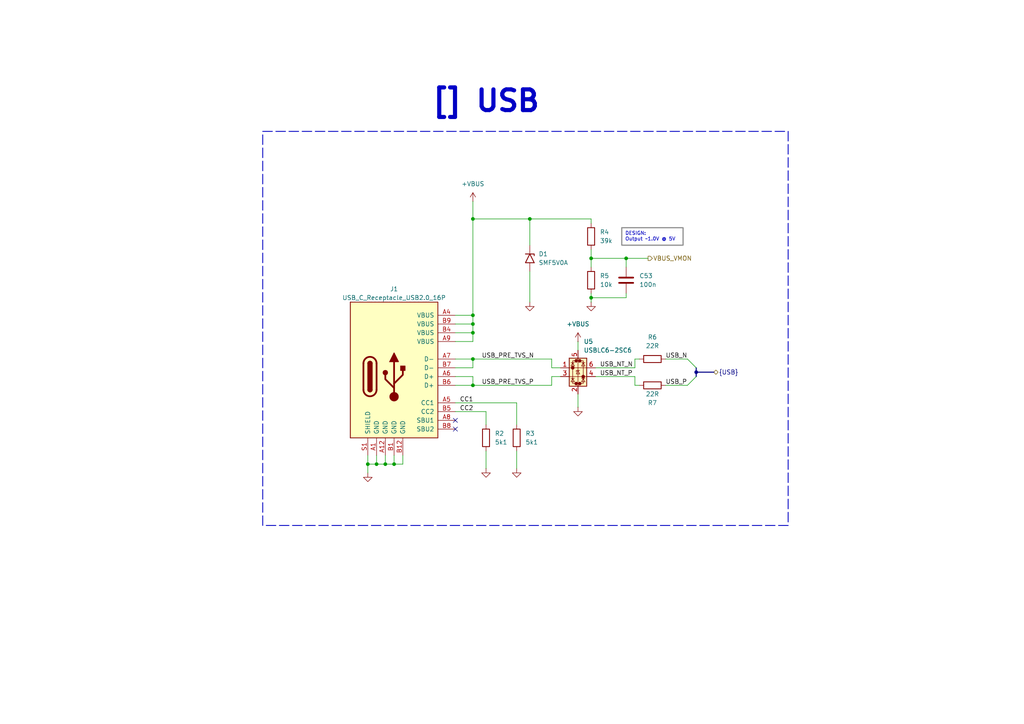
<source format=kicad_sch>
(kicad_sch (version 20250114) (generator "eeschema") (generator_version "9.0")
  (paper "A4")
  (title_block (title "USB") (date "2025-12-13") (rev "1.0") (company "Hoppen"))
  (lib_symbols
    (symbol "0_connectors:USB_C_Receptacle_USB2.0_16P" (pin_names (offset 1.016))
      (property "Reference" "J" (at 0 24.765 0))
      (property "Value" "USB_C_Receptacle_USB2.0_16P" (at 0 22.86 0))
      (symbol "USB_C_Receptacle_USB2.0_16P_0_1"
        (rectangle (start -12.7 21.59) (end 12.7 -17.78) (stroke (width 0.254)) (fill (type background)))
        (polyline (pts (xy -8.89 -3.81) (xy -8.89 3.81)) (stroke (width 0.508)))
        (rectangle (start -7.62 -3.81) (end -6.35 3.81) (stroke (width 0.254)) (fill (type outline)))
        (arc (start -7.62 3.81) (mid -6.985 4.4423) (end -6.35 3.81) (stroke (width 0.254)))
        (arc (start -7.62 3.81) (mid -6.985 4.4423) (end -6.35 3.81) (stroke (width 0.254)) (fill (type outline)))
        (arc (start -8.89 3.81) (mid -6.985 5.7067) (end -5.08 3.81) (stroke (width 0.508)))
        (arc (start -5.08 -3.81) (mid -6.985 -5.7067) (end -8.89 -3.81) (stroke (width 0.508)))
        (arc (start -6.35 -3.81) (mid -6.985 -4.4423) (end -7.62 -3.81) (stroke (width 0.254)))
        (arc (start -6.35 -3.81) (mid -6.985 -4.4423) (end -7.62 -3.81) (stroke (width 0.254)) (fill (type outline)))
        (polyline (pts (xy -5.08 3.81) (xy -5.08 -3.81)) (stroke (width 0.508)))
        (circle (center -2.54 1.143) (radius 0.635) (stroke (width 0.254)) (fill (type outline)))
        (polyline (pts (xy -1.27 4.318) (xy 0 6.858) (xy 1.27 4.318) (xy -1.27 4.318)) (stroke (width 0.254)) (fill (type outline)))
        (polyline (pts (xy 0 -2.032) (xy 2.54 0.508) (xy 2.54 1.778)) (stroke (width 0.508)))
        (polyline (pts (xy 0 -3.302) (xy -2.54 -0.762) (xy -2.54 0.508)) (stroke (width 0.508)))
        (polyline (pts (xy 0 -5.842) (xy 0 4.318)) (stroke (width 0.508)))
        (circle (center 0 -5.842) (radius 1.27) (fill (type outline)))
        (rectangle (start 1.905 1.778) (end 3.175 3.048) (stroke (width 0.254)) (fill (type outline)))
      )
      (symbol "USB_C_Receptacle_USB2.0_16P_1_1"
        (pin passive line (at -7.62 -22.86 90) (length 5.08) (name "SHIELD") (number "S1"))
        (pin passive line (at -5.08 -22.86 90) (length 5.08) (name "GND") (number "A1"))
        (pin passive line (at -2.54 -22.86 90) (length 5.08) (name "GND") (number "A12"))
        (pin passive line (at 0 -22.86 90) (length 5.08) (name "GND") (number "B1"))
        (pin passive line (at 2.54 -22.86 90) (length 5.08) (name "GND") (number "B12"))
        (pin passive line (at 17.78 17.78 180) (length 5.08) (name "VBUS") (number "A4"))
        (pin passive line (at 17.78 15.24 180) (length 5.08) (name "VBUS") (number "B9"))
        (pin passive line (at 17.78 12.7 180) (length 5.08) (name "VBUS") (number "B4"))
        (pin passive line (at 17.78 10.16 180) (length 5.08) (name "VBUS") (number "A9"))
        (pin bidirectional line (at 17.78 5.08 180) (length 5.08) (name "D-") (number "A7"))
        (pin bidirectional line (at 17.78 2.54 180) (length 5.08) (name "D-") (number "B7"))
        (pin bidirectional line (at 17.78 0 180) (length 5.08) (name "D+") (number "A6"))
        (pin bidirectional line (at 17.78 -2.54 180) (length 5.08) (name "D+") (number "B6"))
        (pin bidirectional line (at 17.78 -7.62 180) (length 5.08) (name "CC1") (number "A5"))
        (pin bidirectional line (at 17.78 -10.16 180) (length 5.08) (name "CC2") (number "B5"))
        (pin bidirectional line (at 17.78 -12.7 180) (length 5.08) (name "SBU1") (number "A8"))
        (pin bidirectional line (at 17.78 -15.24 180) (length 5.08) (name "SBU2") (number "B8"))
      )
    )
    (symbol "0_diodes:SMF5V0A" (pin_numbers (hide yes)) (pin_names (offset 1.016) (hide yes))
      (property "Reference" "D" (at 0 2.54 0))
      (property "Value" "SMF5V0A" (at 0 -2.54 0))
      (symbol "SMF5V0A_0_1"
        (polyline (pts (xy -0.762 1.27) (xy -1.27 1.27) (xy -1.27 -1.27)) (stroke (width 0.254)))
        (polyline (pts (xy 1.27 1.27) (xy 1.27 -1.27) (xy -1.27 0) (xy 1.27 1.27)) (stroke (width 0.254)))
      )
      (symbol "SMF5V0A_1_1"
        (pin passive line (at -3.81 0 0) (length 2.54) (name "A1") (number "1"))
        (pin passive line (at 3.81 0 180) (length 2.54) (name "A2") (number "2"))
      )
    )
    (symbol "0_diodes:USBLC6-2SC6" (pin_names (hide yes))
      (property "Reference" "U" (at -5.08 3.81 0))
      (property "Value" "USBLC6-2SC6" (at 2.54 3.81 0))
      (symbol "USBLC6-2SC6_0_0"
        (circle (center -1.524 0) (radius 0.0001) (stroke (width 0.508)))
        (circle (center -0.508 2.032) (radius 0.0001) (stroke (width 0.508)))
        (circle (center -0.508 -4.572) (radius 0.0001) (stroke (width 0.508)))
        (circle (center 0.508 2.032) (radius 0.0001) (stroke (width 0.508)))
        (circle (center 0.508 -4.572) (radius 0.0001) (stroke (width 0.508)))
        (circle (center 1.524 -2.54) (radius 0.0001) (stroke (width 0.508)))
      )
      (symbol "USBLC6-2SC6_0_1"
        (polyline (pts (xy -2.54 0) (xy 2.54 0)))
        (polyline (pts (xy -2.54 -2.54) (xy 2.54 -2.54)))
        (polyline (pts (xy -2.032 0.508) (xy -1.016 0.508) (xy -1.524 1.524) (xy -2.032 0.508)))
        (polyline (pts (xy -2.032 -3.048) (xy -1.016 -3.048)))
        (polyline (pts (xy -1.016 1.524) (xy -2.032 1.524)))
        (polyline (pts (xy -1.016 -4.064) (xy -2.032 -4.064) (xy -1.524 -3.048) (xy -1.016 -4.064)))
        (polyline (pts (xy -0.508 -1.143) (xy -0.508 -0.762) (xy 0.508 -0.762)))
        (polyline (pts (xy 0 2.54) (xy -0.508 2.032) (xy 0.508 2.032) (xy 0 1.524) (xy 0 -4.064) (xy -0.508 -4.572) (xy 0.508 -4.572) (xy 0 -5.08)))
        (polyline (pts (xy 0.508 -1.778) (xy -0.508 -1.778) (xy 0 -0.762) (xy 0.508 -1.778)))
        (polyline (pts (xy 1.016 1.524) (xy 2.032 1.524)))
        (polyline (pts (xy 1.016 -3.048) (xy 2.032 -3.048)))
        (polyline (pts (xy 2.032 0.508) (xy 1.016 0.508) (xy 1.524 1.524) (xy 2.032 0.508)))
        (polyline (pts (xy 2.032 -4.064) (xy 1.016 -4.064) (xy 1.524 -3.048) (xy 2.032 -4.064)))
      )
      (symbol "USBLC6-2SC6_1_1"
        (rectangle (start -2.54 2.794) (end 2.54 -5.334) (stroke (width 0.254)) (fill (type background)))
        (polyline (pts (xy -0.508 2.032) (xy -1.524 2.032) (xy -1.524 -4.572) (xy -0.508 -4.572)))
        (polyline (pts (xy 0.508 -4.572) (xy 1.524 -4.572) (xy 1.524 2.032) (xy 0.508 2.032)))
        (pin passive line (at -5.08 0 0) (length 2.54) (name "I/O1") (number "1"))
        (pin passive line (at -5.08 -2.54 0) (length 2.54) (name "I/O2") (number "3"))
        (pin passive line (at 0 5.08 270) (length 2.54) (name "VBUS") (number "5"))
        (pin passive line (at 0 -7.62 90) (length 2.54) (name "GND") (number "2"))
        (pin passive line (at 5.08 0 180) (length 2.54) (name "I/O1") (number "6"))
        (pin passive line (at 5.08 -2.54 180) (length 2.54) (name "I/O2") (number "4"))
      )
    )
    (symbol "Device:C" (pin_numbers (hide yes)) (pin_names (offset 0.254))
      (property "Reference" "C" (at 0.635 2.54 0))
      (property "Value" "C" (at 0.635 -2.54 0))
      (symbol "C_0_1"
        (polyline (pts (xy -2.032 0.762) (xy 2.032 0.762)) (stroke (width 0.508)))
        (polyline (pts (xy -2.032 -0.762) (xy 2.032 -0.762)) (stroke (width 0.508)))
      )
      (symbol "C_1_1"
        (pin passive line (at 0 3.81 270) (length 2.794) (name "~") (number "1"))
        (pin passive line (at 0 -3.81 90) (length 2.794) (name "~") (number "2"))
      )
    )
    (symbol "Device:R" (pin_numbers (hide yes)) (pin_names (offset 0))
      (property "Reference" "R" (at 2.032 0 90))
      (property "Value" "R" (at 0 0 90))
      (symbol "R_0_1"
        (rectangle (start -1.016 -2.54) (end 1.016 2.54) (stroke (width 0.254)))
      )
      (symbol "R_1_1"
        (pin passive line (at 0 3.81 270) (length 1.27) (name "~") (number "1"))
        (pin passive line (at 0 -3.81 90) (length 1.27) (name "~") (number "2"))
      )
    )
    (symbol "power:+3.3V" (power) (pin_numbers (hide yes)) (pin_names (offset 0) (hide yes))
      (property "Value" "+3.3V" (at 0 3.556 0))
      (symbol "+3.3V_0_1"
        (polyline (pts (xy -0.762 1.27) (xy 0 2.54)))
        (polyline (pts (xy 0 2.54) (xy 0.762 1.27)))
        (polyline (pts (xy 0 0) (xy 0 2.54)))
      )
      (symbol "+3.3V_1_1"
        (pin power_in line (at 0 0 90) (length 0) (name "~") (number "1"))
      )
    )
    (symbol "power:GND" (power) (pin_numbers (hide yes)) (pin_names (offset 0) (hide yes))
      (property "Value" "GND" (at 0 -3.81 0))
      (symbol "GND_0_1"
        (polyline (pts (xy 0 0) (xy 0 -1.27) (xy 1.27 -1.27) (xy 0 -2.54) (xy -1.27 -1.27) (xy 0 -1.27)))
      )
      (symbol "GND_1_1"
        (pin power_in line (at 0 0 270) (length 0) (name "~") (number "1"))
      )
    )
  )
  (bus_alias "USB" (members "USB_N" "USB_P"))
  (rectangle (start 76.2 38.1) (end 228.6 152.4) (stroke (width 0.254) (type dash)))
  (text_box "[${#}] ${TITLE}" (at 93.98 22.86 0) (size 93.98 12.7) (margins 4.4999 4.4999 4.4999 4.4999) (stroke (width -0.0001)) (effects (font (size 6 6) (thickness 1.2) (bold yes))))
  (text_box "DESIGN:\nOutput ~1.0V @ 5V" (at 180.34 66.04 0) (size 17.78 5.08) (margins 0.9525 0.9525 0.9525 0.9525) (stroke (width 0.3048) (color 132 132 132 1)) (effects (font (size 1.016 1.016)) (justify left top)))
  (junction (at 137.16 111.76))
  (junction (at 137.16 91.44))
  (junction (at 201.93 107.95))
  (junction (at 109.22 134.62))
  (junction (at 181.61 74.93))
  (junction (at 114.3 134.62))
  (junction (at 106.68 134.62))
  (junction (at 171.45 86.36))
  (junction (at 137.16 104.14))
  (junction (at 137.16 63.5))
  (junction (at 137.16 96.52))
  (junction (at 111.76 134.62))
  (junction (at 171.45 74.93))
  (junction (at 137.16 93.98))
  (junction (at 153.67 63.5))
  (no_connect (at 132.08 121.92))
  (no_connect (at 132.08 124.46))
  (bus_entry (at 199.39 111.76) (size 2.54 -2.54))
  (bus_entry (at 199.39 104.14) (size 2.54 2.54))
  (wire (pts (xy 172.72 106.68) (xy 184.15 106.68)))
  (wire (pts (xy 184.15 104.14) (xy 185.42 104.14)))
  (wire (pts (xy 172.72 109.22) (xy 184.15 109.22)))
  (wire (pts (xy 167.64 114.3) (xy 167.64 118.11)))
  (wire (pts (xy 167.64 99.06) (xy 167.64 101.6)))
  (wire (pts (xy 132.08 91.44) (xy 137.16 91.44)))
  (wire (pts (xy 184.15 104.14) (xy 184.15 106.68)))
  (wire (pts (xy 160.02 111.76) (xy 160.02 109.22)))
  (wire (pts (xy 171.45 63.5) (xy 171.45 64.77)))
  (wire (pts (xy 116.84 132.08) (xy 116.84 134.62)))
  (wire (pts (xy 106.68 132.08) (xy 106.68 134.62)))
  (wire (pts (xy 181.61 74.93) (xy 187.96 74.93)))
  (wire (pts (xy 171.45 86.36) (xy 181.61 86.36)))
  (wire (pts (xy 137.16 91.44) (xy 137.16 93.98)))
  (wire (pts (xy 171.45 74.93) (xy 171.45 77.47)))
  (wire (pts (xy 171.45 74.93) (xy 181.61 74.93)))
  (wire (pts (xy 132.08 93.98) (xy 137.16 93.98)))
  (wire (pts (xy 181.61 86.36) (xy 181.61 85.09)))
  (wire (pts (xy 193.04 111.76) (xy 199.39 111.76)))
  (wire (pts (xy 132.08 119.38) (xy 140.97 119.38)))
  (wire (pts (xy 132.08 106.68) (xy 137.16 106.68)))
  (wire (pts (xy 106.68 134.62) (xy 109.22 134.62)))
  (wire (pts (xy 160.02 109.22) (xy 162.56 109.22)))
  (wire (pts (xy 184.15 111.76) (xy 185.42 111.76)))
  (wire (pts (xy 106.68 134.62) (xy 106.68 137.16)))
  (wire (pts (xy 111.76 134.62) (xy 114.3 134.62)))
  (wire (pts (xy 137.16 104.14) (xy 132.08 104.14)))
  (wire (pts (xy 137.16 63.5) (xy 153.67 63.5)))
  (wire (pts (xy 171.45 85.09) (xy 171.45 86.36)))
  (wire (pts (xy 153.67 63.5) (xy 153.67 71.12)))
  (wire (pts (xy 140.97 130.81) (xy 140.97 135.89)))
  (bus (pts (xy 201.93 106.68) (xy 201.93 107.95)))
  (wire (pts (xy 184.15 109.22) (xy 184.15 111.76)))
  (wire (pts (xy 116.84 134.62) (xy 114.3 134.62)))
  (wire (pts (xy 153.67 63.5) (xy 171.45 63.5)))
  (wire (pts (xy 140.97 119.38) (xy 140.97 123.19)))
  (wire (pts (xy 132.08 116.84) (xy 149.86 116.84)))
  (wire (pts (xy 193.04 104.14) (xy 199.39 104.14)))
  (wire (pts (xy 137.16 106.68) (xy 137.16 104.14)))
  (bus (pts (xy 201.93 107.95) (xy 201.93 109.22)))
  (wire (pts (xy 137.16 109.22) (xy 132.08 109.22)))
  (wire (pts (xy 149.86 130.81) (xy 149.86 135.89)))
  (wire (pts (xy 171.45 86.36) (xy 171.45 87.63)))
  (wire (pts (xy 149.86 116.84) (xy 149.86 123.19)))
  (wire (pts (xy 171.45 72.39) (xy 171.45 74.93)))
  (wire (pts (xy 137.16 96.52) (xy 137.16 93.98)))
  (wire (pts (xy 132.08 111.76) (xy 137.16 111.76)))
  (wire (pts (xy 137.16 104.14) (xy 160.02 104.14)))
  (wire (pts (xy 111.76 132.08) (xy 111.76 134.62)))
  (wire (pts (xy 137.16 63.5) (xy 137.16 91.44)))
  (wire (pts (xy 132.08 96.52) (xy 137.16 96.52)))
  (wire (pts (xy 109.22 134.62) (xy 111.76 134.62)))
  (wire (pts (xy 160.02 106.68) (xy 162.56 106.68)))
  (wire (pts (xy 109.22 132.08) (xy 109.22 134.62)))
  (wire (pts (xy 132.08 99.06) (xy 137.16 99.06)))
  (wire (pts (xy 114.3 132.08) (xy 114.3 134.62)))
  (wire (pts (xy 137.16 111.76) (xy 160.02 111.76)))
  (bus (pts (xy 201.93 107.95) (xy 207.01 107.95)))
  (wire (pts (xy 137.16 58.42) (xy 137.16 63.5)))
  (wire (pts (xy 181.61 74.93) (xy 181.61 77.47)))
  (wire (pts (xy 137.16 99.06) (xy 137.16 96.52)))
  (wire (pts (xy 160.02 104.14) (xy 160.02 106.68)))
  (wire (pts (xy 137.16 111.76) (xy 137.16 109.22)))
  (wire (pts (xy 153.67 78.74) (xy 153.67 87.63)))
  (label "USB_NT_P" (at 173.99 109.22 0))
  (label "USB_N" (at 193.04 104.14 0))
  (label "USB_P" (at 193.04 111.76 0))
  (label "USB_PRE_TVS_P" (at 139.7 111.76 0))
  (label "CC1" (at 133.35 116.84 0))
  (label "CC2" (at 133.35 119.38 0))
  (label "USB_PRE_TVS_N" (at 139.7 104.14 0))
  (label "USB_NT_N" (at 173.99 106.68 0))
  (hierarchical_label "VBUS_VMON" (shape output) (at 187.96 74.93 0))
  (hierarchical_label "{USB}" (shape bidirectional) (at 207.01 107.95 0))
  (symbol (lib_id "Device:R") (at 149.86 127 0) (unit 1)
    (property "Reference" "R3" (at 152.4 125.7299 0) (effects (justify left)))
    (property "Value" "5k1" (at 152.4 128.2699 0) (effects (justify left)))
    (property "Footprint" "0_resistor_smd:R_0402_1005Metric" (effects (hide yes)))
    (property "Description" "Resistor" (effects (hide yes)))
  )
  (symbol (lib_id "Device:R") (at 140.97 127 0) (unit 1)
    (property "Reference" "R2" (at 143.51 125.7299 0) (effects (justify left)))
    (property "Value" "5k1" (at 143.51 128.2699 0) (effects (justify left)))
    (property "Footprint" "0_resistor_smd:R_0402_1005Metric" (effects (hide yes)))
    (property "Description" "Resistor" (effects (hide yes)))
  )
  (symbol (lib_id "0_diodes:USBLC6-2SC6") (at 167.64 106.68 0) (unit 1)
    (property "Reference" "U5" (at 169.2911 99.06 0) (effects (justify left)))
    (property "Value" "USBLC6-2SC6" (at 169.2911 101.6 0) (effects (justify left)))
    (property "Footprint" "0_diodes:SOT-23-6" (effects (hide yes)))
    (property "Datasheet" "https://www.st.com/resource/en/datasheet/usblc6-2.pdf" (effects (hide yes)))
    (property "Description" "Very low capacitance ESD protection diode, 2 data-line, SOT-23-6" (effects (hide yes)))
  )
  (symbol (lib_id "0_connectors:USB_C_Receptacle_USB2.0_16P") (at 114.3 109.22 0) (unit 1)
    (property "Reference" "J1" (at 114.3 83.82 0))
    (property "Value" "USB_C_Receptacle_USB2.0_16P" (at 114.3 86.36 0))
    (property "Footprint" "0_connectors:USB-C_SMD-TYPE-C-31-M-12_1" (effects (hide yes)))
    (property "Datasheet" "https://www.usb.org/sites/default/files/documents/usb_type-c.zip" (effects (hide yes)))
    (property "Description" "USB 2.0-only 16P Type-C Receptacle connector" (effects (hide yes)))
    (property "LCSC" "C165948" (effects (hide yes)))
  )
  (symbol (lib_id "power:GND") (at 140.97 135.89 0) (unit 1)
    (property "Reference" "#PWR036" (effects (hide yes)))
    (property "Value" "GND" (effects (hide yes)))
    (property "Description" "Power symbol creates a global label with name \"GND\" , ground" (effects (hide yes)))
  )
  (symbol (lib_id "power:+3.3V") (at 167.64 99.06 0) (unit 1)
    (property "Reference" "#PWR038" (effects (hide yes)))
    (property "Value" "+VBUS" (at 167.64 93.98 0))
    (property "Description" "Power symbol creates a global label with name \"+3.3V\"" (effects (hide yes)))
  )
  (symbol (lib_id "Device:C") (at 181.61 81.28 0) (unit 1)
    (property "Reference" "C53" (at 185.42 80.0099 0) (effects (justify left)))
    (property "Value" "100n" (at 185.42 82.5499 0) (effects (justify left)))
    (property "Footprint" "0_capacitor_smd:C_0402_1005Metric" (effects (hide yes)))
    (property "Description" "Unpolarized capacitor" (effects (hide yes)))
  )
  (symbol (lib_id "0_diodes:SMF5V0A") (at 153.67 74.93 270) (unit 1)
    (property "Reference" "D1" (at 156.21 73.6599 90) (effects (justify left)))
    (property "Value" "SMF5V0A" (at 156.21 76.1999 90) (effects (justify left)))
    (property "Footprint" "0_diodes:D_SMF" (effects (hide yes)))
    (property "Datasheet" "https://www.vishay.com/doc?85881" (effects (hide yes)))
    (property "Description" "200W unidirectional Transil Transient Voltage Suppressor, 5Vrwm, SMF" (effects (hide yes)))
  )
  (symbol (lib_id "power:GND") (at 149.86 135.89 0) (unit 1)
    (property "Reference" "#PWR037" (effects (hide yes)))
    (property "Value" "GND" (effects (hide yes)))
    (property "Description" "Power symbol creates a global label with name \"GND\" , ground" (effects (hide yes)))
  )
  (symbol (lib_id "Device:R") (at 189.23 104.14 270) (unit 1)
    (property "Reference" "R6" (at 189.23 97.79 90))
    (property "Value" "22R" (at 189.23 100.33 90))
    (property "Footprint" "0_resistor_smd:R_0402_1005Metric" (effects (hide yes)))
    (property "Description" "Resistor" (effects (hide yes)))
  )
  (symbol (lib_id "power:GND") (at 106.68 137.16 0) (unit 1)
    (property "Reference" "#PWR034" (effects (hide yes)))
    (property "Value" "GND" (effects (hide yes)))
    (property "Description" "Power symbol creates a global label with name \"GND\" , ground" (effects (hide yes)))
  )
  (symbol (lib_id "power:+3.3V") (at 137.16 58.42 0) (unit 1)
    (property "Reference" "#PWR035" (effects (hide yes)))
    (property "Value" "+VBUS" (at 137.16 53.34 0))
    (property "Description" "Power symbol creates a global label with name \"+3.3V\"" (effects (hide yes)))
  )
  (symbol (lib_id "power:GND") (at 171.45 87.63 0) (unit 1)
    (property "Reference" "#PWR040" (effects (hide yes)))
    (property "Value" "GND" (effects (hide yes)))
    (property "Description" "Power symbol creates a global label with name \"GND\" , ground" (effects (hide yes)))
  )
  (symbol (lib_id "power:GND") (at 153.67 87.63 0) (unit 1)
    (property "Reference" "#PWR041" (effects (hide yes)))
    (property "Value" "GND" (effects (hide yes)))
    (property "Description" "Power symbol creates a global label with name \"GND\" , ground" (effects (hide yes)))
  )
  (symbol (lib_id "Device:R") (at 189.23 111.76 90) (unit 1)
    (property "Reference" "R7" (at 189.23 116.84 90))
    (property "Value" "22R" (at 189.23 114.3 90))
    (property "Footprint" "0_resistor_smd:R_0402_1005Metric" (effects (hide yes)))
    (property "Description" "Resistor" (effects (hide yes)))
  )
  (symbol (lib_id "Device:R") (at 171.45 81.28 180) (unit 1)
    (property "Reference" "R5" (at 173.99 80.0099 0) (effects (justify right)))
    (property "Value" "10k" (at 173.99 82.5499 0) (effects (justify right)))
    (property "Footprint" "0_resistor_smd:R_0402_1005Metric" (effects (hide yes)))
    (property "Description" "Resistor" (effects (hide yes)))
  )
  (symbol (lib_id "Device:R") (at 171.45 68.58 180) (unit 1)
    (property "Reference" "R4" (at 173.99 67.3099 0) (effects (justify right)))
    (property "Value" "39k" (at 173.99 69.8499 0) (effects (justify right)))
    (property "Footprint" "0_resistor_smd:R_0402_1005Metric" (effects (hide yes)))
    (property "Description" "Resistor" (effects (hide yes)))
  )
  (symbol (lib_id "power:GND") (at 167.64 118.11 0) (unit 1)
    (property "Reference" "#PWR039" (effects (hide yes)))
    (property "Value" "GND" (effects (hide yes)))
    (property "Description" "Power symbol creates a global label with name \"GND\" , ground" (effects (hide yes)))
  )
)
</source>
